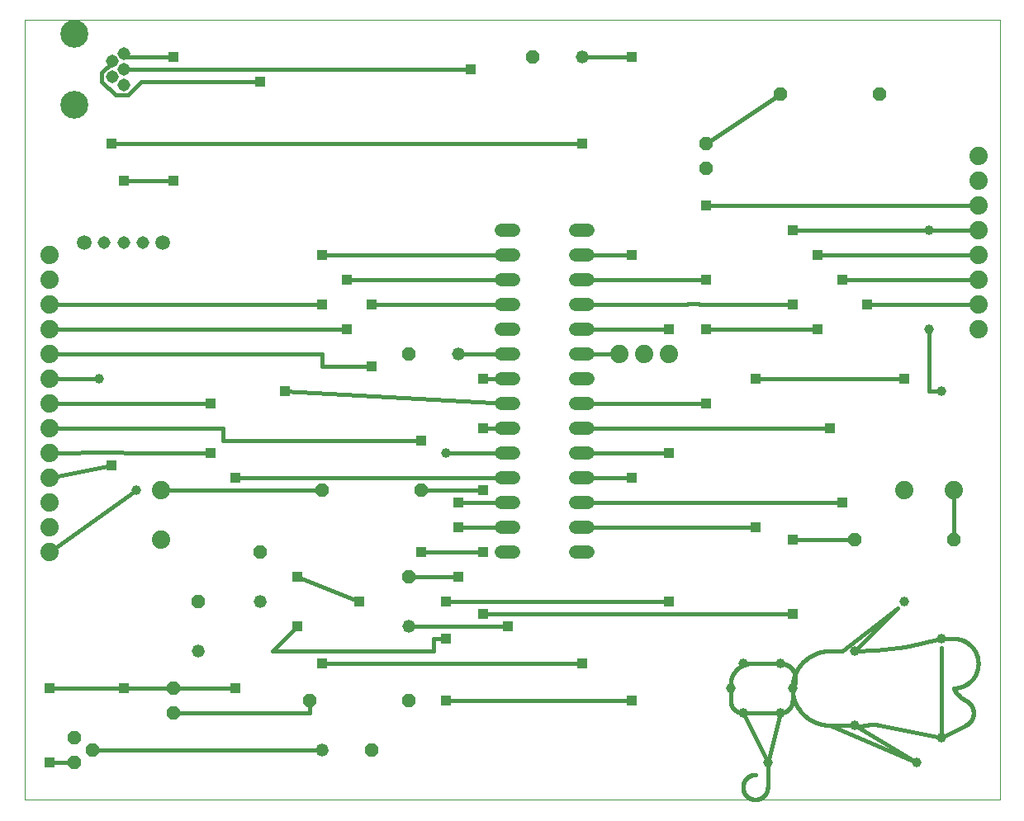
<source format=gtl>
G75*
%MOIN*%
%OFA0B0*%
%FSLAX25Y25*%
%IPPOS*%
%LPD*%
%AMOC8*
5,1,8,0,0,1.08239X$1,22.5*
%
%ADD10C,0.00000*%
%ADD11C,0.05200*%
%ADD12OC8,0.05200*%
%ADD13C,0.05150*%
%ADD14C,0.11220*%
%ADD15C,0.07400*%
%ADD16C,0.05200*%
%ADD17C,0.05937*%
%ADD18R,0.03962X0.03962*%
%ADD19C,0.01600*%
%ADD20C,0.03962*%
D10*
X0001800Y0027394D02*
X0001800Y0342355D01*
X0395501Y0342355D01*
X0395501Y0027394D01*
X0001800Y0027394D01*
D11*
X0071800Y0087394D03*
X0096800Y0107394D03*
X0156800Y0097394D03*
X0121800Y0047394D03*
X0176800Y0207394D03*
X0226800Y0327394D03*
D12*
X0206800Y0327394D03*
X0276800Y0292394D03*
X0276800Y0282394D03*
X0306800Y0312394D03*
X0346800Y0312394D03*
X0161800Y0152394D03*
X0156800Y0117394D03*
X0121800Y0152394D03*
X0096800Y0127394D03*
X0071800Y0107394D03*
X0061800Y0072394D03*
X0061800Y0062394D03*
X0029300Y0047394D03*
X0021800Y0042394D03*
X0021800Y0052394D03*
X0116800Y0067394D03*
X0141800Y0047394D03*
X0156800Y0067394D03*
X0156800Y0207394D03*
X0336800Y0132394D03*
X0376800Y0132394D03*
D13*
X0049674Y0252394D03*
X0041800Y0252394D03*
X0033926Y0252394D03*
X0041879Y0316095D03*
X0037154Y0319245D03*
X0041879Y0322394D03*
X0037154Y0325544D03*
X0041879Y0328693D03*
D14*
X0021800Y0336764D03*
X0021800Y0308024D03*
D15*
X0011800Y0247394D03*
X0011800Y0237394D03*
X0011800Y0227394D03*
X0011800Y0217394D03*
X0011800Y0207394D03*
X0011800Y0197394D03*
X0011800Y0187394D03*
X0011800Y0177394D03*
X0011800Y0167394D03*
X0011800Y0157394D03*
X0011800Y0147394D03*
X0011800Y0137394D03*
X0011800Y0127394D03*
X0056800Y0132394D03*
X0056800Y0152394D03*
X0241800Y0207394D03*
X0251800Y0207394D03*
X0261800Y0207394D03*
X0356800Y0152394D03*
X0376800Y0152394D03*
X0386800Y0217394D03*
X0386800Y0227394D03*
X0386800Y0237394D03*
X0386800Y0247394D03*
X0386800Y0257394D03*
X0386800Y0267394D03*
X0386800Y0277394D03*
X0386800Y0287394D03*
D16*
X0229400Y0257394D02*
X0224200Y0257394D01*
X0224200Y0247394D02*
X0229400Y0247394D01*
X0229400Y0237394D02*
X0224200Y0237394D01*
X0224200Y0227394D02*
X0229400Y0227394D01*
X0229400Y0217394D02*
X0224200Y0217394D01*
X0224200Y0207394D02*
X0229400Y0207394D01*
X0229400Y0197394D02*
X0224200Y0197394D01*
X0224200Y0187394D02*
X0229400Y0187394D01*
X0229400Y0177394D02*
X0224200Y0177394D01*
X0224200Y0167394D02*
X0229400Y0167394D01*
X0229400Y0157394D02*
X0224200Y0157394D01*
X0224200Y0147394D02*
X0229400Y0147394D01*
X0229400Y0137394D02*
X0224200Y0137394D01*
X0224200Y0127394D02*
X0229400Y0127394D01*
X0199400Y0127394D02*
X0194200Y0127394D01*
X0194200Y0137394D02*
X0199400Y0137394D01*
X0199400Y0147394D02*
X0194200Y0147394D01*
X0194200Y0157394D02*
X0199400Y0157394D01*
X0199400Y0167394D02*
X0194200Y0167394D01*
X0194200Y0177394D02*
X0199400Y0177394D01*
X0199400Y0187394D02*
X0194200Y0187394D01*
X0194200Y0197394D02*
X0199400Y0197394D01*
X0199400Y0207394D02*
X0194200Y0207394D01*
X0194200Y0217394D02*
X0199400Y0217394D01*
X0199400Y0227394D02*
X0194200Y0227394D01*
X0194200Y0237394D02*
X0199400Y0237394D01*
X0199400Y0247394D02*
X0194200Y0247394D01*
X0194200Y0257394D02*
X0199400Y0257394D01*
D17*
X0057548Y0252394D03*
X0026052Y0252394D03*
D18*
X0041800Y0277394D03*
X0036800Y0292394D03*
X0061800Y0277394D03*
X0096800Y0317394D03*
X0061800Y0327394D03*
X0121800Y0247394D03*
X0131800Y0237394D03*
X0141800Y0227394D03*
X0131800Y0217394D03*
X0121800Y0227394D03*
X0141800Y0202394D03*
X0161800Y0172394D03*
X0186800Y0177394D03*
X0186800Y0197394D03*
X0186800Y0152394D03*
X0176800Y0147394D03*
X0176800Y0137394D03*
X0186800Y0127394D03*
X0176800Y0117394D03*
X0171800Y0107394D03*
X0186800Y0102394D03*
X0196800Y0097394D03*
X0171800Y0092394D03*
X0171800Y0067394D03*
X0136800Y0107394D03*
X0111800Y0097394D03*
X0121800Y0082394D03*
X0086800Y0072394D03*
X0041800Y0072394D03*
X0011800Y0072394D03*
X0011800Y0042394D03*
X0111800Y0117394D03*
X0086800Y0157394D03*
X0076800Y0167394D03*
X0076800Y0187394D03*
X0106800Y0192394D03*
X0036800Y0162394D03*
X0161800Y0127394D03*
X0226800Y0082394D03*
X0246800Y0067394D03*
X0261800Y0107394D03*
X0296800Y0137394D03*
X0311800Y0132394D03*
X0331800Y0147394D03*
X0326800Y0177394D03*
X0296800Y0197394D03*
X0276800Y0187394D03*
X0261800Y0167394D03*
X0246800Y0157394D03*
X0311800Y0102394D03*
X0356800Y0197394D03*
X0341800Y0227394D03*
X0331800Y0237394D03*
X0321800Y0247394D03*
X0311800Y0257394D03*
X0311800Y0227394D03*
X0321800Y0217394D03*
X0276800Y0217394D03*
X0261800Y0217394D03*
X0276800Y0237394D03*
X0246800Y0247394D03*
X0276800Y0267394D03*
X0226800Y0292394D03*
X0246800Y0327394D03*
X0181800Y0322394D03*
D19*
X0041879Y0322394D01*
X0037154Y0325149D02*
X0032980Y0320974D01*
X0032980Y0317515D01*
X0038575Y0311920D01*
X0043608Y0311920D01*
X0049082Y0317394D01*
X0096800Y0317394D01*
X0061800Y0327394D02*
X0041879Y0327394D01*
X0041879Y0328693D01*
X0037154Y0325544D02*
X0037154Y0325149D01*
X0036800Y0292394D02*
X0226800Y0292394D01*
X0226800Y0327394D02*
X0246800Y0327394D01*
X0276800Y0292394D02*
X0306800Y0312394D01*
X0276800Y0267394D02*
X0386800Y0267394D01*
X0386800Y0257394D02*
X0366800Y0257394D01*
X0311800Y0257394D01*
X0321800Y0247394D02*
X0386800Y0247394D01*
X0386800Y0237394D02*
X0331800Y0237394D01*
X0341800Y0227394D02*
X0386800Y0227394D01*
X0366800Y0217394D02*
X0366800Y0192394D01*
X0371800Y0192394D01*
X0356800Y0197394D02*
X0296800Y0197394D01*
X0276800Y0187394D02*
X0226800Y0187394D01*
X0226800Y0177394D02*
X0326800Y0177394D01*
X0331800Y0147394D02*
X0226800Y0147394D01*
X0226800Y0137394D02*
X0296800Y0137394D01*
X0311800Y0132394D02*
X0336800Y0132394D01*
X0354268Y0104862D02*
X0331800Y0087394D01*
X0326800Y0087394D01*
X0336800Y0087394D02*
X0354268Y0104862D01*
X0371800Y0092394D02*
X0376800Y0092394D01*
X0371800Y0088813D02*
X0371800Y0052394D01*
X0381800Y0057394D01*
X0381932Y0057463D01*
X0382063Y0057535D01*
X0382192Y0057610D01*
X0382318Y0057689D01*
X0382443Y0057771D01*
X0382565Y0057857D01*
X0382685Y0057945D01*
X0382802Y0058037D01*
X0382917Y0058132D01*
X0383030Y0058230D01*
X0383139Y0058331D01*
X0383246Y0058435D01*
X0383351Y0058542D01*
X0383452Y0058651D01*
X0383550Y0058763D01*
X0383646Y0058878D01*
X0383738Y0058995D01*
X0383827Y0059115D01*
X0383913Y0059236D01*
X0383995Y0059361D01*
X0384075Y0059487D01*
X0384150Y0059615D01*
X0384223Y0059746D01*
X0384292Y0059878D01*
X0384357Y0060012D01*
X0384419Y0060148D01*
X0384477Y0060285D01*
X0384531Y0060424D01*
X0384582Y0060564D01*
X0384629Y0060706D01*
X0384672Y0060849D01*
X0384711Y0060992D01*
X0384747Y0061137D01*
X0384778Y0061283D01*
X0384806Y0061429D01*
X0384830Y0061577D01*
X0384850Y0061725D01*
X0384866Y0061873D01*
X0384878Y0062021D01*
X0384886Y0062170D01*
X0384890Y0062319D01*
X0384890Y0062469D01*
X0384886Y0062618D01*
X0384878Y0062767D01*
X0384866Y0062915D01*
X0384850Y0063063D01*
X0384830Y0063211D01*
X0384806Y0063359D01*
X0384778Y0063505D01*
X0384747Y0063651D01*
X0384711Y0063796D01*
X0384672Y0063939D01*
X0384629Y0064082D01*
X0384582Y0064224D01*
X0384531Y0064364D01*
X0384477Y0064503D01*
X0384419Y0064640D01*
X0384357Y0064776D01*
X0384292Y0064910D01*
X0384223Y0065042D01*
X0384150Y0065173D01*
X0384075Y0065301D01*
X0383995Y0065427D01*
X0383913Y0065552D01*
X0383827Y0065673D01*
X0383738Y0065793D01*
X0383646Y0065910D01*
X0383550Y0066025D01*
X0383452Y0066137D01*
X0383351Y0066246D01*
X0383246Y0066353D01*
X0383139Y0066457D01*
X0383030Y0066558D01*
X0382917Y0066656D01*
X0382802Y0066751D01*
X0382685Y0066843D01*
X0382565Y0066931D01*
X0382443Y0067017D01*
X0382318Y0067099D01*
X0382192Y0067178D01*
X0382063Y0067253D01*
X0381932Y0067325D01*
X0381800Y0067394D01*
X0381563Y0067516D01*
X0381329Y0067644D01*
X0381099Y0067777D01*
X0380871Y0067916D01*
X0380647Y0068060D01*
X0380426Y0068209D01*
X0380209Y0068363D01*
X0379996Y0068523D01*
X0379786Y0068688D01*
X0379581Y0068857D01*
X0379379Y0069032D01*
X0379182Y0069211D01*
X0378989Y0069395D01*
X0378801Y0069583D01*
X0378617Y0069776D01*
X0378438Y0069973D01*
X0378263Y0070175D01*
X0378094Y0070380D01*
X0377929Y0070590D01*
X0377769Y0070803D01*
X0377615Y0071020D01*
X0377466Y0071241D01*
X0377322Y0071465D01*
X0377183Y0071693D01*
X0377050Y0071923D01*
X0376922Y0072157D01*
X0376800Y0072394D01*
X0377044Y0072397D01*
X0377287Y0072406D01*
X0377530Y0072421D01*
X0377773Y0072441D01*
X0378015Y0072468D01*
X0378256Y0072501D01*
X0378496Y0072539D01*
X0378736Y0072583D01*
X0378974Y0072633D01*
X0379211Y0072689D01*
X0379447Y0072751D01*
X0379681Y0072818D01*
X0379913Y0072891D01*
X0380144Y0072970D01*
X0380372Y0073054D01*
X0380599Y0073144D01*
X0380823Y0073239D01*
X0381045Y0073340D01*
X0381264Y0073446D01*
X0381480Y0073557D01*
X0381694Y0073674D01*
X0381905Y0073795D01*
X0382113Y0073922D01*
X0382318Y0074054D01*
X0382519Y0074191D01*
X0382717Y0074333D01*
X0382912Y0074479D01*
X0383103Y0074630D01*
X0383290Y0074786D01*
X0383473Y0074946D01*
X0383653Y0075111D01*
X0383828Y0075280D01*
X0383999Y0075453D01*
X0384166Y0075631D01*
X0384328Y0075812D01*
X0384486Y0075997D01*
X0384640Y0076186D01*
X0384789Y0076379D01*
X0384933Y0076575D01*
X0385072Y0076775D01*
X0385207Y0076978D01*
X0385336Y0077185D01*
X0385460Y0077394D01*
X0385579Y0077606D01*
X0385693Y0077822D01*
X0385802Y0078039D01*
X0385905Y0078260D01*
X0386003Y0078483D01*
X0386096Y0078708D01*
X0386183Y0078936D01*
X0386264Y0079165D01*
X0386340Y0079397D01*
X0386410Y0079630D01*
X0386475Y0079865D01*
X0386534Y0080101D01*
X0386587Y0080339D01*
X0386634Y0080578D01*
X0386675Y0080818D01*
X0386710Y0081059D01*
X0386740Y0081300D01*
X0386764Y0081543D01*
X0386781Y0081786D01*
X0386793Y0082029D01*
X0386799Y0082272D01*
X0386799Y0082516D01*
X0386793Y0082759D01*
X0386781Y0083002D01*
X0386764Y0083245D01*
X0386740Y0083488D01*
X0386710Y0083729D01*
X0386675Y0083970D01*
X0386634Y0084210D01*
X0386587Y0084449D01*
X0386534Y0084687D01*
X0386475Y0084923D01*
X0386410Y0085158D01*
X0386340Y0085391D01*
X0386264Y0085623D01*
X0386183Y0085852D01*
X0386096Y0086080D01*
X0386003Y0086305D01*
X0385905Y0086528D01*
X0385802Y0086749D01*
X0385693Y0086966D01*
X0385579Y0087182D01*
X0385460Y0087394D01*
X0385336Y0087603D01*
X0385207Y0087810D01*
X0385072Y0088013D01*
X0384933Y0088213D01*
X0384789Y0088409D01*
X0384640Y0088602D01*
X0384486Y0088791D01*
X0384328Y0088976D01*
X0384166Y0089157D01*
X0383999Y0089335D01*
X0383828Y0089508D01*
X0383653Y0089677D01*
X0383473Y0089842D01*
X0383290Y0090002D01*
X0383103Y0090158D01*
X0382912Y0090309D01*
X0382717Y0090455D01*
X0382519Y0090597D01*
X0382318Y0090734D01*
X0382113Y0090866D01*
X0381905Y0090993D01*
X0381694Y0091114D01*
X0381480Y0091231D01*
X0381264Y0091342D01*
X0381045Y0091448D01*
X0380823Y0091549D01*
X0380599Y0091644D01*
X0380372Y0091734D01*
X0380144Y0091818D01*
X0379913Y0091897D01*
X0379681Y0091970D01*
X0379447Y0092037D01*
X0379211Y0092099D01*
X0378974Y0092155D01*
X0378736Y0092205D01*
X0378496Y0092249D01*
X0378256Y0092287D01*
X0378015Y0092320D01*
X0377773Y0092347D01*
X0377530Y0092367D01*
X0377287Y0092382D01*
X0377044Y0092391D01*
X0376800Y0092394D01*
X0341800Y0057394D02*
X0341509Y0057339D01*
X0341217Y0057291D01*
X0340924Y0057250D01*
X0340630Y0057216D01*
X0340335Y0057188D01*
X0340040Y0057167D01*
X0339744Y0057154D01*
X0339448Y0057147D01*
X0339152Y0057147D01*
X0338856Y0057154D01*
X0338560Y0057167D01*
X0338265Y0057188D01*
X0337970Y0057216D01*
X0337676Y0057250D01*
X0337383Y0057291D01*
X0337091Y0057339D01*
X0336800Y0057394D01*
X0361800Y0042394D01*
X0326800Y0057394D01*
X0336800Y0057394D01*
X0346800Y0057394D02*
X0371800Y0052394D01*
X0346800Y0057394D02*
X0346509Y0057449D01*
X0346217Y0057497D01*
X0345924Y0057538D01*
X0345630Y0057572D01*
X0345335Y0057600D01*
X0345040Y0057621D01*
X0344744Y0057634D01*
X0344448Y0057641D01*
X0344152Y0057641D01*
X0343856Y0057634D01*
X0343560Y0057621D01*
X0343265Y0057600D01*
X0342970Y0057572D01*
X0342676Y0057538D01*
X0342383Y0057497D01*
X0342091Y0057449D01*
X0341800Y0057394D01*
X0326800Y0087394D02*
X0326438Y0087390D01*
X0326075Y0087376D01*
X0325713Y0087355D01*
X0325352Y0087324D01*
X0324992Y0087285D01*
X0324633Y0087237D01*
X0324275Y0087180D01*
X0323918Y0087115D01*
X0323563Y0087041D01*
X0323210Y0086958D01*
X0322859Y0086867D01*
X0322511Y0086768D01*
X0322165Y0086660D01*
X0321821Y0086544D01*
X0321481Y0086419D01*
X0321144Y0086287D01*
X0320810Y0086146D01*
X0320479Y0085997D01*
X0320152Y0085840D01*
X0319829Y0085676D01*
X0319510Y0085504D01*
X0319196Y0085324D01*
X0318885Y0085136D01*
X0318580Y0084941D01*
X0318279Y0084739D01*
X0317983Y0084529D01*
X0317693Y0084313D01*
X0317407Y0084089D01*
X0317127Y0083859D01*
X0316853Y0083622D01*
X0316585Y0083378D01*
X0316322Y0083128D01*
X0316066Y0082872D01*
X0315816Y0082609D01*
X0315572Y0082341D01*
X0315335Y0082067D01*
X0315105Y0081787D01*
X0314881Y0081501D01*
X0314665Y0081211D01*
X0314455Y0080915D01*
X0314253Y0080614D01*
X0314058Y0080309D01*
X0313870Y0079998D01*
X0313690Y0079684D01*
X0313518Y0079365D01*
X0313354Y0079042D01*
X0313197Y0078715D01*
X0313048Y0078384D01*
X0312907Y0078050D01*
X0312775Y0077713D01*
X0312650Y0077373D01*
X0312534Y0077029D01*
X0312426Y0076683D01*
X0312327Y0076335D01*
X0312236Y0075984D01*
X0312153Y0075631D01*
X0312079Y0075276D01*
X0312014Y0074919D01*
X0311957Y0074561D01*
X0311909Y0074202D01*
X0311870Y0073842D01*
X0311839Y0073481D01*
X0311818Y0073119D01*
X0311804Y0072756D01*
X0311800Y0072394D01*
X0311800Y0067394D01*
X0311798Y0067254D01*
X0311792Y0067114D01*
X0311782Y0066974D01*
X0311769Y0066834D01*
X0311751Y0066695D01*
X0311729Y0066556D01*
X0311704Y0066419D01*
X0311675Y0066281D01*
X0311642Y0066145D01*
X0311605Y0066010D01*
X0311564Y0065876D01*
X0311519Y0065743D01*
X0311471Y0065611D01*
X0311419Y0065481D01*
X0311364Y0065352D01*
X0311305Y0065225D01*
X0311242Y0065099D01*
X0311176Y0064975D01*
X0311107Y0064854D01*
X0311034Y0064734D01*
X0310957Y0064616D01*
X0310878Y0064501D01*
X0310795Y0064387D01*
X0310709Y0064277D01*
X0310620Y0064168D01*
X0310528Y0064062D01*
X0310433Y0063959D01*
X0310336Y0063858D01*
X0310235Y0063761D01*
X0310132Y0063666D01*
X0310026Y0063574D01*
X0309917Y0063485D01*
X0309807Y0063399D01*
X0309693Y0063316D01*
X0309578Y0063237D01*
X0309460Y0063160D01*
X0309340Y0063087D01*
X0309219Y0063018D01*
X0309095Y0062952D01*
X0308969Y0062889D01*
X0308842Y0062830D01*
X0308713Y0062775D01*
X0308583Y0062723D01*
X0308451Y0062675D01*
X0308318Y0062630D01*
X0308184Y0062589D01*
X0308049Y0062552D01*
X0307913Y0062519D01*
X0307775Y0062490D01*
X0307638Y0062465D01*
X0307499Y0062443D01*
X0307360Y0062425D01*
X0307220Y0062412D01*
X0307080Y0062402D01*
X0306940Y0062396D01*
X0306800Y0062394D01*
X0301800Y0042394D01*
X0301800Y0032394D01*
X0301798Y0032254D01*
X0301792Y0032114D01*
X0301782Y0031974D01*
X0301769Y0031834D01*
X0301751Y0031695D01*
X0301729Y0031556D01*
X0301704Y0031419D01*
X0301675Y0031281D01*
X0301642Y0031145D01*
X0301605Y0031010D01*
X0301564Y0030876D01*
X0301519Y0030743D01*
X0301471Y0030611D01*
X0301419Y0030481D01*
X0301364Y0030352D01*
X0301305Y0030225D01*
X0301242Y0030099D01*
X0301176Y0029975D01*
X0301107Y0029854D01*
X0301034Y0029734D01*
X0300957Y0029616D01*
X0300878Y0029501D01*
X0300795Y0029387D01*
X0300709Y0029277D01*
X0300620Y0029168D01*
X0300528Y0029062D01*
X0300433Y0028959D01*
X0300336Y0028858D01*
X0300235Y0028761D01*
X0300132Y0028666D01*
X0300026Y0028574D01*
X0299917Y0028485D01*
X0299807Y0028399D01*
X0299693Y0028316D01*
X0299578Y0028237D01*
X0299460Y0028160D01*
X0299340Y0028087D01*
X0299219Y0028018D01*
X0299095Y0027952D01*
X0298969Y0027889D01*
X0298842Y0027830D01*
X0298713Y0027775D01*
X0298583Y0027723D01*
X0298451Y0027675D01*
X0298318Y0027630D01*
X0298184Y0027589D01*
X0298049Y0027552D01*
X0297913Y0027519D01*
X0297775Y0027490D01*
X0297638Y0027465D01*
X0297499Y0027443D01*
X0297360Y0027425D01*
X0297220Y0027412D01*
X0297080Y0027402D01*
X0296940Y0027396D01*
X0296800Y0027394D01*
X0296660Y0027396D01*
X0296520Y0027402D01*
X0296380Y0027412D01*
X0296240Y0027425D01*
X0296101Y0027443D01*
X0295962Y0027465D01*
X0295825Y0027490D01*
X0295687Y0027519D01*
X0295551Y0027552D01*
X0295416Y0027589D01*
X0295282Y0027630D01*
X0295149Y0027675D01*
X0295017Y0027723D01*
X0294887Y0027775D01*
X0294758Y0027830D01*
X0294631Y0027889D01*
X0294505Y0027952D01*
X0294381Y0028018D01*
X0294260Y0028087D01*
X0294140Y0028160D01*
X0294022Y0028237D01*
X0293907Y0028316D01*
X0293793Y0028399D01*
X0293683Y0028485D01*
X0293574Y0028574D01*
X0293468Y0028666D01*
X0293365Y0028761D01*
X0293264Y0028858D01*
X0293167Y0028959D01*
X0293072Y0029062D01*
X0292980Y0029168D01*
X0292891Y0029277D01*
X0292805Y0029387D01*
X0292722Y0029501D01*
X0292643Y0029616D01*
X0292566Y0029734D01*
X0292493Y0029854D01*
X0292424Y0029975D01*
X0292358Y0030099D01*
X0292295Y0030225D01*
X0292236Y0030352D01*
X0292181Y0030481D01*
X0292129Y0030611D01*
X0292081Y0030743D01*
X0292036Y0030876D01*
X0291995Y0031010D01*
X0291958Y0031145D01*
X0291925Y0031281D01*
X0291896Y0031419D01*
X0291871Y0031556D01*
X0291849Y0031695D01*
X0291831Y0031834D01*
X0291818Y0031974D01*
X0291808Y0032114D01*
X0291802Y0032254D01*
X0291800Y0032394D01*
X0291802Y0032534D01*
X0291808Y0032674D01*
X0291818Y0032814D01*
X0291831Y0032954D01*
X0291849Y0033093D01*
X0291871Y0033232D01*
X0291896Y0033369D01*
X0291925Y0033507D01*
X0291958Y0033643D01*
X0291995Y0033778D01*
X0292036Y0033912D01*
X0292081Y0034045D01*
X0292129Y0034177D01*
X0292181Y0034307D01*
X0292236Y0034436D01*
X0292295Y0034563D01*
X0292358Y0034689D01*
X0292424Y0034813D01*
X0292493Y0034934D01*
X0292566Y0035054D01*
X0292643Y0035172D01*
X0292722Y0035287D01*
X0292805Y0035401D01*
X0292891Y0035511D01*
X0292980Y0035620D01*
X0293072Y0035726D01*
X0293167Y0035829D01*
X0293264Y0035930D01*
X0293365Y0036027D01*
X0293468Y0036122D01*
X0293574Y0036214D01*
X0293683Y0036303D01*
X0293793Y0036389D01*
X0293907Y0036472D01*
X0294022Y0036551D01*
X0294140Y0036628D01*
X0294260Y0036701D01*
X0294381Y0036770D01*
X0294505Y0036836D01*
X0294631Y0036899D01*
X0294758Y0036958D01*
X0294887Y0037013D01*
X0295017Y0037065D01*
X0295149Y0037113D01*
X0295282Y0037158D01*
X0295416Y0037199D01*
X0295551Y0037236D01*
X0295687Y0037269D01*
X0295825Y0037298D01*
X0295962Y0037323D01*
X0296101Y0037345D01*
X0296240Y0037363D01*
X0296380Y0037376D01*
X0296520Y0037386D01*
X0296660Y0037392D01*
X0296800Y0037394D01*
X0301800Y0042394D02*
X0291800Y0062394D01*
X0306800Y0062394D01*
X0291800Y0062394D02*
X0291660Y0062396D01*
X0291520Y0062402D01*
X0291380Y0062412D01*
X0291240Y0062425D01*
X0291101Y0062443D01*
X0290962Y0062465D01*
X0290825Y0062490D01*
X0290687Y0062519D01*
X0290551Y0062552D01*
X0290416Y0062589D01*
X0290282Y0062630D01*
X0290149Y0062675D01*
X0290017Y0062723D01*
X0289887Y0062775D01*
X0289758Y0062830D01*
X0289631Y0062889D01*
X0289505Y0062952D01*
X0289381Y0063018D01*
X0289260Y0063087D01*
X0289140Y0063160D01*
X0289022Y0063237D01*
X0288907Y0063316D01*
X0288793Y0063399D01*
X0288683Y0063485D01*
X0288574Y0063574D01*
X0288468Y0063666D01*
X0288365Y0063761D01*
X0288264Y0063858D01*
X0288167Y0063959D01*
X0288072Y0064062D01*
X0287980Y0064168D01*
X0287891Y0064277D01*
X0287805Y0064387D01*
X0287722Y0064501D01*
X0287643Y0064616D01*
X0287566Y0064734D01*
X0287493Y0064854D01*
X0287424Y0064975D01*
X0287358Y0065099D01*
X0287295Y0065225D01*
X0287236Y0065352D01*
X0287181Y0065481D01*
X0287129Y0065611D01*
X0287081Y0065743D01*
X0287036Y0065876D01*
X0286995Y0066010D01*
X0286958Y0066145D01*
X0286925Y0066281D01*
X0286896Y0066419D01*
X0286871Y0066556D01*
X0286849Y0066695D01*
X0286831Y0066834D01*
X0286818Y0066974D01*
X0286808Y0067114D01*
X0286802Y0067254D01*
X0286800Y0067394D01*
X0286800Y0072394D01*
X0286800Y0073813D01*
X0286803Y0074020D01*
X0286810Y0074228D01*
X0286823Y0074435D01*
X0286840Y0074641D01*
X0286863Y0074847D01*
X0286890Y0075053D01*
X0286922Y0075258D01*
X0286960Y0075462D01*
X0287002Y0075665D01*
X0287049Y0075867D01*
X0287101Y0076067D01*
X0287158Y0076267D01*
X0287220Y0076465D01*
X0287286Y0076661D01*
X0287358Y0076856D01*
X0287433Y0077049D01*
X0287514Y0077240D01*
X0287599Y0077429D01*
X0287689Y0077616D01*
X0287783Y0077801D01*
X0287881Y0077983D01*
X0287984Y0078163D01*
X0288092Y0078341D01*
X0288203Y0078515D01*
X0288319Y0078688D01*
X0288439Y0078857D01*
X0288563Y0079023D01*
X0288691Y0079186D01*
X0288822Y0079346D01*
X0288958Y0079503D01*
X0289097Y0079657D01*
X0289240Y0079807D01*
X0289387Y0079954D01*
X0289537Y0080097D01*
X0289691Y0080236D01*
X0289848Y0080372D01*
X0290008Y0080503D01*
X0290171Y0080631D01*
X0290337Y0080755D01*
X0290506Y0080875D01*
X0290679Y0080991D01*
X0290853Y0081102D01*
X0291031Y0081210D01*
X0291211Y0081313D01*
X0291393Y0081411D01*
X0291578Y0081505D01*
X0291765Y0081595D01*
X0291954Y0081680D01*
X0292145Y0081761D01*
X0292338Y0081836D01*
X0292533Y0081908D01*
X0292729Y0081974D01*
X0292927Y0082036D01*
X0293127Y0082093D01*
X0293327Y0082145D01*
X0293529Y0082192D01*
X0293732Y0082234D01*
X0293936Y0082272D01*
X0294141Y0082304D01*
X0294347Y0082331D01*
X0294553Y0082354D01*
X0294759Y0082371D01*
X0294966Y0082384D01*
X0295174Y0082391D01*
X0295381Y0082394D01*
X0306800Y0082394D01*
X0306957Y0082392D01*
X0307114Y0082386D01*
X0307271Y0082376D01*
X0307428Y0082362D01*
X0307584Y0082345D01*
X0307740Y0082323D01*
X0307895Y0082297D01*
X0308050Y0082268D01*
X0308203Y0082234D01*
X0308356Y0082197D01*
X0308508Y0082156D01*
X0308659Y0082111D01*
X0308808Y0082063D01*
X0308956Y0082010D01*
X0309103Y0081954D01*
X0309249Y0081894D01*
X0309393Y0081831D01*
X0309535Y0081764D01*
X0309676Y0081693D01*
X0309814Y0081619D01*
X0309951Y0081542D01*
X0310086Y0081461D01*
X0310219Y0081376D01*
X0310349Y0081289D01*
X0310477Y0081198D01*
X0310603Y0081104D01*
X0310727Y0081006D01*
X0310848Y0080906D01*
X0310967Y0080803D01*
X0311082Y0080696D01*
X0311196Y0080587D01*
X0311306Y0080475D01*
X0311414Y0080360D01*
X0311518Y0080243D01*
X0311620Y0080123D01*
X0311718Y0080000D01*
X0311814Y0079875D01*
X0311906Y0079748D01*
X0311995Y0079618D01*
X0312081Y0079487D01*
X0312163Y0079353D01*
X0312242Y0079217D01*
X0312318Y0079079D01*
X0312390Y0078939D01*
X0312459Y0078798D01*
X0312524Y0078654D01*
X0312585Y0078510D01*
X0312643Y0078363D01*
X0312697Y0078216D01*
X0312747Y0078067D01*
X0312793Y0077916D01*
X0312836Y0077765D01*
X0312875Y0077613D01*
X0312910Y0077459D01*
X0312941Y0077305D01*
X0312968Y0077150D01*
X0312992Y0076995D01*
X0313011Y0076839D01*
X0313027Y0076682D01*
X0313038Y0076525D01*
X0313046Y0076368D01*
X0313050Y0076211D01*
X0313049Y0076054D01*
X0313045Y0075897D01*
X0313037Y0075740D01*
X0313025Y0075583D01*
X0313009Y0075426D01*
X0312989Y0075270D01*
X0312965Y0075115D01*
X0312937Y0074960D01*
X0312905Y0074806D01*
X0312870Y0074653D01*
X0312830Y0074501D01*
X0312787Y0074349D01*
X0312740Y0074199D01*
X0312689Y0074051D01*
X0312634Y0073903D01*
X0312576Y0073757D01*
X0312514Y0073612D01*
X0312449Y0073469D01*
X0312380Y0073328D01*
X0312307Y0073189D01*
X0312231Y0073051D01*
X0312151Y0072915D01*
X0312069Y0072782D01*
X0311982Y0072650D01*
X0311893Y0072521D01*
X0311800Y0072394D01*
X0311804Y0072032D01*
X0311818Y0071669D01*
X0311839Y0071307D01*
X0311870Y0070946D01*
X0311909Y0070586D01*
X0311957Y0070227D01*
X0312014Y0069869D01*
X0312079Y0069512D01*
X0312153Y0069157D01*
X0312236Y0068804D01*
X0312327Y0068453D01*
X0312426Y0068105D01*
X0312534Y0067759D01*
X0312650Y0067415D01*
X0312775Y0067075D01*
X0312907Y0066738D01*
X0313048Y0066404D01*
X0313197Y0066073D01*
X0313354Y0065746D01*
X0313518Y0065423D01*
X0313690Y0065104D01*
X0313870Y0064790D01*
X0314058Y0064479D01*
X0314253Y0064174D01*
X0314455Y0063873D01*
X0314665Y0063577D01*
X0314881Y0063287D01*
X0315105Y0063001D01*
X0315335Y0062721D01*
X0315572Y0062447D01*
X0315816Y0062179D01*
X0316066Y0061916D01*
X0316322Y0061660D01*
X0316585Y0061410D01*
X0316853Y0061166D01*
X0317127Y0060929D01*
X0317407Y0060699D01*
X0317693Y0060475D01*
X0317983Y0060259D01*
X0318279Y0060049D01*
X0318580Y0059847D01*
X0318885Y0059652D01*
X0319196Y0059464D01*
X0319510Y0059284D01*
X0319829Y0059112D01*
X0320152Y0058948D01*
X0320479Y0058791D01*
X0320810Y0058642D01*
X0321144Y0058501D01*
X0321481Y0058369D01*
X0321821Y0058244D01*
X0322165Y0058128D01*
X0322511Y0058020D01*
X0322859Y0057921D01*
X0323210Y0057830D01*
X0323563Y0057747D01*
X0323918Y0057673D01*
X0324275Y0057608D01*
X0324633Y0057551D01*
X0324992Y0057503D01*
X0325352Y0057464D01*
X0325713Y0057433D01*
X0326075Y0057412D01*
X0326438Y0057398D01*
X0326800Y0057394D01*
X0311800Y0102394D02*
X0186800Y0102394D01*
X0196800Y0097394D02*
X0156800Y0097394D01*
X0166800Y0092394D02*
X0166800Y0087394D01*
X0101800Y0087394D01*
X0111800Y0097394D01*
X0121800Y0082394D02*
X0226800Y0082394D01*
X0246800Y0067394D02*
X0171800Y0067394D01*
X0171800Y0092394D02*
X0166800Y0092394D01*
X0171800Y0107394D02*
X0261800Y0107394D01*
X0246800Y0157394D02*
X0226800Y0157394D01*
X0226800Y0167394D02*
X0261800Y0167394D01*
X0241800Y0207394D02*
X0226800Y0207394D01*
X0226800Y0217394D02*
X0261800Y0217394D01*
X0269305Y0227394D02*
X0226800Y0227394D01*
X0231800Y0237394D02*
X0276800Y0237394D01*
X0273995Y0227694D02*
X0269605Y0227694D01*
X0269305Y0227394D01*
X0273995Y0227694D02*
X0274295Y0227394D01*
X0311800Y0227394D01*
X0321800Y0217394D02*
X0276800Y0217394D01*
X0246800Y0247394D02*
X0226800Y0247394D01*
X0196800Y0247394D02*
X0121800Y0247394D01*
X0131800Y0237394D02*
X0196800Y0237394D01*
X0196800Y0227394D02*
X0141800Y0227394D01*
X0131800Y0217394D02*
X0011800Y0217394D01*
X0011800Y0207394D02*
X0121800Y0207394D01*
X0121800Y0202394D01*
X0141800Y0202394D01*
X0121800Y0227394D02*
X0011800Y0227394D01*
X0011800Y0197394D02*
X0031800Y0197394D01*
X0011800Y0187394D02*
X0076800Y0187394D01*
X0081800Y0177394D02*
X0011800Y0177394D01*
X0011800Y0167394D02*
X0036800Y0167694D01*
X0046500Y0167394D01*
X0076800Y0167394D01*
X0081800Y0172394D02*
X0081800Y0177394D01*
X0081800Y0172394D02*
X0161800Y0172394D01*
X0171800Y0167394D02*
X0196800Y0167394D01*
X0196800Y0157394D02*
X0086800Y0157394D01*
X0056800Y0152394D02*
X0121800Y0152394D01*
X0111800Y0117394D02*
X0136800Y0107394D01*
X0156800Y0117394D02*
X0176800Y0117394D01*
X0186800Y0127394D02*
X0161800Y0127394D01*
X0176800Y0137394D02*
X0196800Y0137394D01*
X0196800Y0147394D02*
X0176800Y0147394D01*
X0186800Y0152394D02*
X0161800Y0152394D01*
X0186800Y0177394D02*
X0196800Y0177394D01*
X0196800Y0187394D02*
X0106800Y0192394D01*
X0046800Y0152394D02*
X0011800Y0127394D01*
X0011800Y0157394D02*
X0036800Y0162394D01*
X0041800Y0072394D02*
X0011800Y0072394D01*
X0041800Y0072394D02*
X0061800Y0072394D01*
X0086800Y0072394D01*
X0061800Y0062394D02*
X0116800Y0062394D01*
X0116800Y0067394D01*
X0121800Y0047394D02*
X0029300Y0047394D01*
X0021800Y0042394D02*
X0011800Y0042394D01*
X0186800Y0197394D02*
X0196800Y0197394D01*
X0196800Y0207394D02*
X0176800Y0207394D01*
X0061800Y0277394D02*
X0041800Y0277394D01*
X0336800Y0087394D02*
X0339756Y0087429D01*
X0342710Y0087534D01*
X0345661Y0087708D01*
X0348607Y0087953D01*
X0351547Y0088267D01*
X0354478Y0088650D01*
X0357399Y0089103D01*
X0360309Y0089625D01*
X0363205Y0090215D01*
X0366087Y0090873D01*
X0368953Y0091600D01*
X0371800Y0092394D01*
X0376800Y0132394D02*
X0376800Y0152394D01*
D20*
X0371800Y0192394D03*
X0366800Y0217394D03*
X0366800Y0257394D03*
X0356800Y0107394D03*
X0371800Y0092394D03*
X0336800Y0087394D03*
X0311800Y0072394D03*
X0306800Y0082394D03*
X0291800Y0082394D03*
X0286800Y0072394D03*
X0291800Y0062394D03*
X0306800Y0062394D03*
X0301800Y0042394D03*
X0336800Y0057394D03*
X0361800Y0042394D03*
X0371800Y0052394D03*
X0171800Y0167394D03*
X0046800Y0152394D03*
X0031800Y0197394D03*
M02*

</source>
